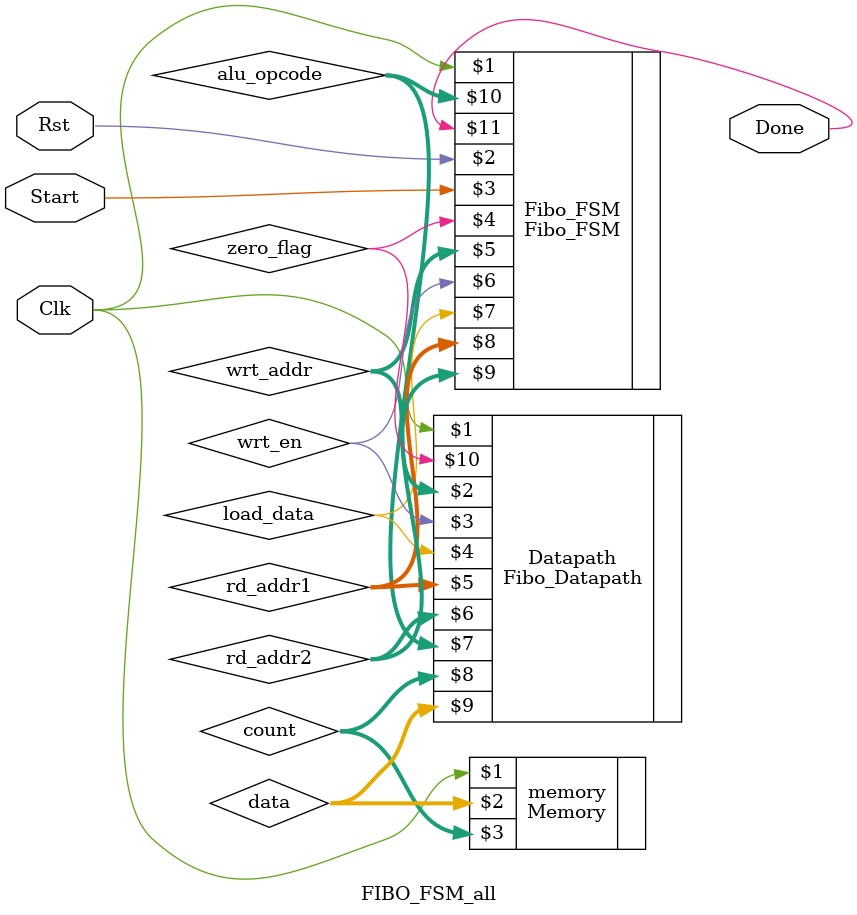
<source format=v>
module FIBO_FSM_all(Clk, Rst, Start, Done);
  parameter size = 3 ;
  input Clk, Rst, Start;
  output Done;
  wire [size:0] data, count;
  wire [size-1:0] alu_opcode;
  wire [size-2:0] wrt_addr, rd_addr1, rd_addr2;
  wire zero_flag, wrt_en, load_data;

  
 //Connecting memory - single register on the left
  Memory memory (Clk, data, count);

  //Connecting FSM
  Fibo_FSM Fibo_FSM(Clk, Rst, Start, zero_flag, wrt_addr, wrt_en, load_data, rd_addr1, rd_addr2, alu_opcode, Done);
  
  //Connecting datapath
  Fibo_Datapath Datapath(Clk, wrt_addr, wrt_en, load_data, rd_addr1, rd_addr2, alu_opcode, count, data, zero_flag);
  
endmodule
</source>
